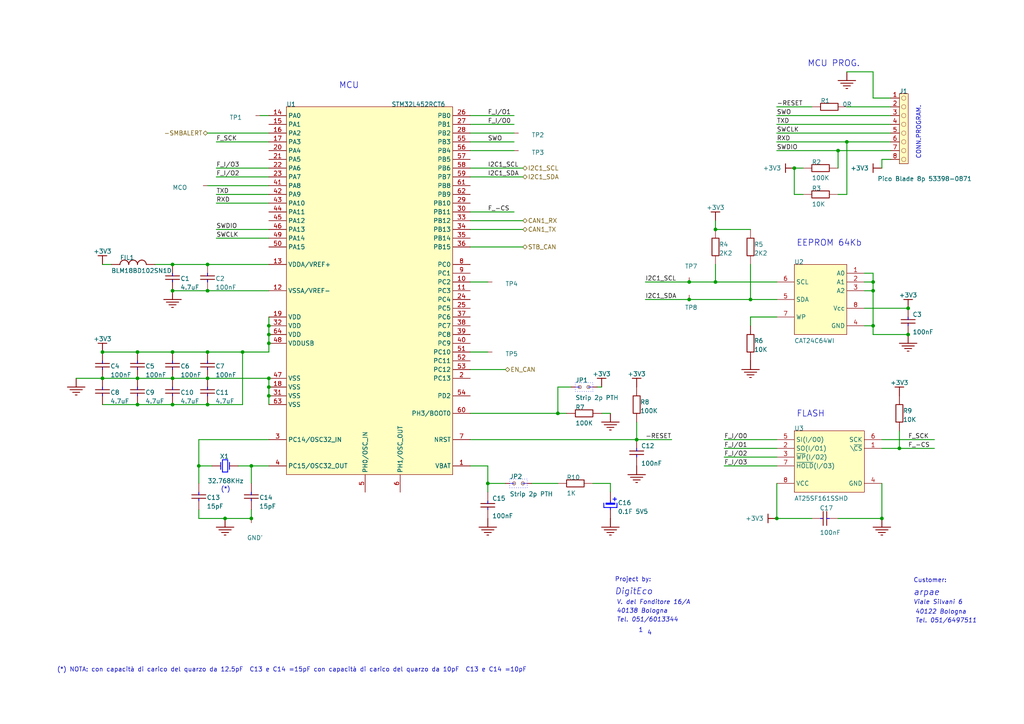
<source format=kicad_sch>
(kicad_sch (version 20230121) (generator eeschema)
  (paper "A4")
  (title_block (title "Stima V4 Power") (rev "1.1"))
  (lib_symbols
    (symbol "Stima V4 Power R1_1-altium-import:+3V3" (power)
      (property "Reference" "#PWR" (at 0 0 0))
      (property "Value" "+3V3" (at 0 3.81 0))
      (symbol "+3V3_0_0"
        (polyline (pts (xy -1.27 -2.54) (xy 1.27 -2.54)) (stroke (width 0.254)))
        (polyline (pts (xy 0 0) (xy 0 -2.54)) (stroke (width 0.254)))
        (pin power_in line (at 0 0 0) (length 0) hide (name "+3V3") (number ""))
      )
    )
    (symbol "Stima V4 Power R1_1-altium-import:GND" (power)
      (property "Reference" "#PWR" (at 0 0 0))
      (property "Value" "GND" (at 0 6.35 0))
      (symbol "GND_0_0"
        (polyline (pts (xy -2.54 -2.54) (xy 2.54 -2.54)) (stroke (width 0.254)))
        (polyline (pts (xy -1.778 -3.302) (xy 1.778 -3.302)) (stroke (width 0.254)))
        (polyline (pts (xy -1.016 -4.064) (xy 1.016 -4.064)) (stroke (width 0.254)))
        (polyline (pts (xy -0.254 -4.826) (xy 0.254 -4.826)) (stroke (width 0.254)))
        (polyline (pts (xy 0 0) (xy 0 -2.54)) (stroke (width 0.254)))
        (pin power_in line (at 0 0 0) (length 0) hide (name "GND") (number ""))
      )
    )
    (symbol "Stima V4 Power R1_1-altium-import:root_0_AT25SF161SSHD"
      (symbol "root_0_AT25SF161SSHD_1_0"
        (rectangle (start 20.32 0) (end 0 -17.78) (fill (type background)))
        (pin input line (at 25.4 -5.08 180) (length 5.08) (name "\\~{CS}") (number "1"))
        (pin output line (at -5.08 -5.08 0) (length 5.08) (name "SO(I/O1)") (number "2"))
        (pin input line (at -5.08 -7.62 0) (length 5.08) (name "~{WP}(I/O2)") (number "3"))
        (pin power_in line (at 25.4 -15.24 180) (length 5.08) (name "GND") (number "4"))
        (pin input line (at -5.08 -2.54 0) (length 5.08) (name "SI(I/O0)") (number "5"))
        (pin input line (at 25.4 -2.54 180) (length 5.08) (name "SCK") (number "6"))
        (pin input line (at -5.08 -10.16 0) (length 5.08) (name "~{HOLD}(I/O3)") (number "7"))
        (pin power_in line (at -5.08 -15.24 0) (length 5.08) (name "VCC") (number "8"))
      )
    )
    (symbol "Stima V4 Power R1_1-altium-import:root_0_BLM18BD"
      (symbol "root_0_BLM18BD_1_0"
        (arc (start 1.27 -1.27) (mid 0.372 -1.642) (end 0 -2.54) (stroke (width 0.254)))
        (arc (start 2.54 -2.54) (mid 2.168 -1.642) (end 1.27 -1.27) (stroke (width 0.254)))
        (arc (start 3.81 -1.27) (mid 2.912 -1.642) (end 2.54 -2.54) (stroke (width 0.254)))
        (arc (start 5.08 -2.54) (mid 4.708 -1.642) (end 3.81 -1.27) (stroke (width 0.254)))
        (arc (start 6.35 -1.27) (mid 5.452 -1.642) (end 5.08 -2.54) (stroke (width 0.254)))
        (arc (start 7.62 -2.54) (mid 7.248 -1.642) (end 6.35 -1.27) (stroke (width 0.254)))
        (pin passive line (at -2.54 -2.54 0) (length 2.54) (name "1") (number "1"))
        (pin passive line (at 10.16 -2.54 180) (length 2.54) (name "2") (number "2"))
      )
    )
    (symbol "Stima V4 Power R1_1-altium-import:root_0_C0603"
      (symbol "root_0_C0603_1_0"
        (polyline (pts (xy -2.032 -0.762) (xy 2.032 -0.762)) (stroke (width 0.254)))
        (polyline (pts (xy 0 -2.54) (xy 0 -1.778)) (stroke (width 0.254) (color 0 0 255 1)))
        (polyline (pts (xy 0 0) (xy 0 -0.762)) (stroke (width 0.254) (color 0 0 255 1)))
        (polyline (pts (xy 2.032 -1.778) (xy -2.032 -1.778)) (stroke (width 0.254)))
        (pin passive line (at 0 2.54 270) (length 2.54) (name "1") (number "1"))
        (pin passive line (at 0 -5.08 90) (length 2.54) (name "2") (number "2"))
      )
    )
    (symbol "Stima V4 Power R1_1-altium-import:root_0_C0805"
      (symbol "root_0_C0805_1_0"
        (polyline (pts (xy -2.032 -0.762) (xy 2.032 -0.762)) (stroke (width 0.254)))
        (polyline (pts (xy 0 -2.54) (xy 0 -1.778)) (stroke (width 0.254) (color 0 0 255 1)))
        (polyline (pts (xy 0 0) (xy 0 -0.762)) (stroke (width 0.254) (color 0 0 255 1)))
        (polyline (pts (xy 2.032 -1.778) (xy -2.032 -1.778)) (stroke (width 0.254)))
        (pin passive line (at 0 2.54 270) (length 2.54) (name "1") (number "1"))
        (pin passive line (at 0 -5.08 90) (length 2.54) (name "2") (number "2"))
      )
    )
    (symbol "Stima V4 Power R1_1-altium-import:root_0_ConnPicoBlade8p"
      (symbol "root_0_ConnPicoBlade8p_1_0"
        (circle (center 1.27 -19.05) (radius 0.635) (stroke (width 0.0001)) (fill (type color) (color 192 192 192 1)))
        (circle (center 1.27 -16.51) (radius 0.635) (stroke (width 0.0001)) (fill (type color) (color 192 192 192 1)))
        (circle (center 1.27 -13.97) (radius 0.635) (stroke (width 0.0001)) (fill (type color) (color 192 192 192 1)))
        (circle (center 1.27 -11.43) (radius 0.635) (stroke (width 0.0001)) (fill (type color) (color 192 192 192 1)))
        (circle (center 1.27 -8.89) (radius 0.635) (stroke (width 0.0001)) (fill (type color) (color 192 192 192 1)))
        (circle (center 1.27 -6.35) (radius 0.635) (stroke (width 0.0001)) (fill (type color) (color 192 192 192 1)))
        (circle (center 1.27 -3.81) (radius 0.635) (stroke (width 0.0001)) (fill (type color) (color 192 192 192 1)))
        (circle (center 1.27 -1.27) (radius 0.635) (stroke (width 0.0001)) (fill (type color) (color 192 192 192 1)))
        (rectangle (start 2.54 0) (end 0 -20.32) (fill (type background)))
        (pin passive line (at -2.54 -1.27 0) (length 2.54) (name "1") (number "1"))
        (pin passive line (at -2.54 -3.81 0) (length 2.54) (name "2") (number "2"))
        (pin passive line (at -2.54 -6.35 0) (length 2.54) (name "3") (number "3"))
        (pin passive line (at -2.54 -8.89 0) (length 2.54) (name "4") (number "4"))
        (pin passive line (at -2.54 -11.43 0) (length 2.54) (name "5") (number "5"))
        (pin passive line (at -2.54 -13.97 0) (length 2.54) (name "6") (number "6"))
        (pin passive line (at -2.54 -16.51 0) (length 2.54) (name "7") (number "7"))
        (pin passive line (at -2.54 -19.05 0) (length 2.54) (name "8") (number "8"))
      )
    )
    (symbol "Stima V4 Power R1_1-altium-import:root_0_Elettrol-SMD"
      (symbol "root_0_Elettrol-SMD_1_0"
        (polyline (pts (xy -1.905 -1.905) (xy -1.905 -0.635)) (stroke (width 0.254) (color 0 0 255 1)))
        (polyline (pts (xy -1.27 -0.787) (xy 1.194 -0.787)) (stroke (width 0.254) (color 0 0 255 1)))
        (polyline (pts (xy -1.25 -0.645) (xy 1.29 -0.645)) (stroke (width 0.254) (color 0 0 255 1)))
        (polyline (pts (xy 0 -1.905) (xy 0 -2.54)) (stroke (width 0.254) (color 0 0 255 1)))
        (polyline (pts (xy 0 -0.635) (xy 0 0)) (stroke (width 0.254) (color 0 0 255 1)))
        (polyline (pts (xy 0.762 0.508) (xy 1.778 0.508)) (stroke (width 0.254) (color 0 0 255 1)))
        (polyline (pts (xy 1.27 0) (xy 1.27 1.016)) (stroke (width 0.254) (color 0 0 255 1)))
        (polyline (pts (xy 1.905 -1.905) (xy -1.905 -1.905)) (stroke (width 0.254) (color 0 0 255 1)))
        (polyline (pts (xy 1.905 -1.905) (xy 1.905 -0.635)) (stroke (width 0.254) (color 0 0 255 1)))
        (polyline (pts (xy -1.29 -0.645) (xy -1.29 -0.968) (xy 1.29 -0.968) (xy 1.29 -0.645)) (stroke (width 0.254) (color 0 0 255 1)))
        (pin passive line (at 0 2.54 270) (length 2.54) (name "1") (number "1"))
        (pin passive line (at 0 -5.08 90) (length 2.54) (name "2") (number "2"))
      )
    )
    (symbol "Stima V4 Power R1_1-altium-import:root_0_Res 0603"
      (symbol "root_0_Res 0603_1_0"
        (rectangle (start 5.08 -1.524) (end 0 -3.556) (stroke (width 0.254)))
        (pin passive line (at -2.54 -2.54 0) (length 2.54) (name "1") (number "1"))
        (pin passive line (at 7.62 -2.54 180) (length 2.54) (name "2") (number "2"))
      )
    )
    (symbol "Stima V4 Power R1_1-altium-import:root_0_STM32L433R"
      (symbol "root_0_STM32L433R_1_0"
        (rectangle (start 48.26 0) (end 0 -106.68) (fill (type background)))
        (pin power_in line (at 53.34 -104.14 180) (length 5.08) (name "VBAT") (number "1"))
        (pin passive line (at 53.34 -50.8 180) (length 5.08) (name "PC2") (number "10"))
        (pin passive line (at 53.34 -53.34 180) (length 5.08) (name "PC3") (number "11"))
        (pin power_in line (at -5.08 -53.34 0) (length 5.08) (name "VSSA/VREF-") (number "12"))
        (pin power_in line (at -5.08 -45.72 0) (length 5.08) (name "VDDA/VREF+") (number "13"))
        (pin passive line (at -5.08 -2.54 0) (length 5.08) (name "PA0") (number "14"))
        (pin passive line (at -5.08 -5.08 0) (length 5.08) (name "PA1") (number "15"))
        (pin passive line (at -5.08 -7.62 0) (length 5.08) (name "PA2") (number "16"))
        (pin passive line (at -5.08 -10.16 0) (length 5.08) (name "PA3") (number "17"))
        (pin power_in line (at -5.08 -81.28 0) (length 5.08) (name "VSS") (number "18"))
        (pin power_in line (at -5.08 -60.96 0) (length 5.08) (name "VDD") (number "19"))
        (pin passive line (at 53.34 -78.74 180) (length 5.08) (name "PC13") (number "2"))
        (pin passive line (at -5.08 -12.7 0) (length 5.08) (name "PA4") (number "20"))
        (pin passive line (at -5.08 -15.24 0) (length 5.08) (name "PA5") (number "21"))
        (pin passive line (at -5.08 -17.78 0) (length 5.08) (name "PA6") (number "22"))
        (pin passive line (at -5.08 -20.32 0) (length 5.08) (name "PA7") (number "23"))
        (pin passive line (at 53.34 -55.88 180) (length 5.08) (name "PC4") (number "24"))
        (pin passive line (at 53.34 -58.42 180) (length 5.08) (name "PC5") (number "25"))
        (pin passive line (at 53.34 -2.54 180) (length 5.08) (name "PB0") (number "26"))
        (pin passive line (at 53.34 -5.08 180) (length 5.08) (name "PB1") (number "27"))
        (pin passive line (at 53.34 -7.62 180) (length 5.08) (name "PB2") (number "28"))
        (pin passive line (at 53.34 -27.94 180) (length 5.08) (name "PB10") (number "29"))
        (pin passive line (at -5.08 -96.52 0) (length 5.08) (name "PC14/OSC32_IN") (number "3"))
        (pin passive line (at 53.34 -30.48 180) (length 5.08) (name "PB11") (number "30"))
        (pin power_in line (at -5.08 -83.82 0) (length 5.08) (name "VSS") (number "31"))
        (pin power_in line (at -5.08 -63.5 0) (length 5.08) (name "VDD") (number "32"))
        (pin passive line (at 53.34 -33.02 180) (length 5.08) (name "PB12") (number "33"))
        (pin passive line (at 53.34 -35.56 180) (length 5.08) (name "PB13") (number "34"))
        (pin passive line (at 53.34 -38.1 180) (length 5.08) (name "PB14") (number "35"))
        (pin passive line (at 53.34 -40.64 180) (length 5.08) (name "PB15") (number "36"))
        (pin passive line (at 53.34 -60.96 180) (length 5.08) (name "PC6") (number "37"))
        (pin passive line (at 53.34 -63.5 180) (length 5.08) (name "PC7") (number "38"))
        (pin passive line (at 53.34 -66.04 180) (length 5.08) (name "PC8") (number "39"))
        (pin passive line (at -5.08 -104.14 0) (length 5.08) (name "PC15/OSC32_OUT") (number "4"))
        (pin passive line (at 53.34 -68.58 180) (length 5.08) (name "PC9") (number "40"))
        (pin passive line (at -5.08 -22.86 0) (length 5.08) (name "PA8") (number "41"))
        (pin passive line (at -5.08 -25.4 0) (length 5.08) (name "PA9") (number "42"))
        (pin passive line (at -5.08 -27.94 0) (length 5.08) (name "PA10") (number "43"))
        (pin passive line (at -5.08 -30.48 0) (length 5.08) (name "PA11") (number "44"))
        (pin passive line (at -5.08 -33.02 0) (length 5.08) (name "PA12") (number "45"))
        (pin passive line (at -5.08 -35.56 0) (length 5.08) (name "PA13") (number "46"))
        (pin power_in line (at -5.08 -78.74 0) (length 5.08) (name "VSS") (number "47"))
        (pin power_in line (at -5.08 -68.58 0) (length 5.08) (name "VDDUSB") (number "48"))
        (pin passive line (at -5.08 -38.1 0) (length 5.08) (name "PA14") (number "49"))
        (pin passive line (at 22.86 -111.76 90) (length 5.08) (name "PH0/OSC_IN") (number "5"))
        (pin passive line (at -5.08 -40.64 0) (length 5.08) (name "PA15") (number "50"))
        (pin passive line (at 53.34 -71.12 180) (length 5.08) (name "PC10") (number "51"))
        (pin passive line (at 53.34 -73.66 180) (length 5.08) (name "PC11") (number "52"))
        (pin passive line (at 53.34 -76.2 180) (length 5.08) (name "PC12") (number "53"))
        (pin passive line (at 53.34 -83.82 180) (length 5.08) (name "PD2") (number "54"))
        (pin passive line (at 53.34 -10.16 180) (length 5.08) (name "PB3") (number "55"))
        (pin passive line (at 53.34 -12.7 180) (length 5.08) (name "PB4") (number "56"))
        (pin passive line (at 53.34 -15.24 180) (length 5.08) (name "PB5") (number "57"))
        (pin passive line (at 53.34 -17.78 180) (length 5.08) (name "PB6") (number "58"))
        (pin passive line (at 53.34 -20.32 180) (length 5.08) (name "PB7") (number "59"))
        (pin passive line (at 33.02 -111.76 90) (length 5.08) (name "PH1/OSC_OUT") (number "6"))
        (pin passive line (at 53.34 -88.9 180) (length 5.08) (name "PH3/BOOT0") (number "60"))
        (pin passive line (at 53.34 -22.86 180) (length 5.08) (name "PB8") (number "61"))
        (pin passive line (at 53.34 -25.4 180) (length 5.08) (name "PB9") (number "62"))
        (pin power_in line (at -5.08 -86.36 0) (length 5.08) (name "VSS") (number "63"))
        (pin power_in line (at -5.08 -66.04 0) (length 5.08) (name "VDD") (number "64"))
        (pin passive line (at 53.34 -96.52 180) (length 5.08) (name "NRST") (number "7"))
        (pin passive line (at 53.34 -45.72 180) (length 5.08) (name "PC0") (number "8"))
        (pin passive line (at 53.34 -48.26 180) (length 5.08) (name "PC1") (number "9"))
      )
    )
    (symbol "Stima V4 Power R1_1-altium-import:root_0_TestPoint"
      (symbol "root_0_TestPoint_1_0"
        (pin passive line (at -1.27 -1.27 0) (length 1.27) (name "") (number "1"))
      )
    )
    (symbol "Stima V4 Power R1_1-altium-import:root_0_mirrored_AT24C64AN-10SI-2.7"
      (symbol "root_0_mirrored_AT24C64AN-10SI-2.7_1_0"
        (rectangle (start 0 0) (end -15.24 -20.32) (fill (type background)))
        (pin input line (at 5.08 -2.54 180) (length 5.08) (name "A0") (number "1"))
        (pin input line (at 5.08 -5.08 180) (length 5.08) (name "A1") (number "2"))
        (pin input line (at 5.08 -7.62 180) (length 5.08) (name "A2") (number "3"))
        (pin power_in line (at 5.08 -17.78 180) (length 5.08) (name "GND") (number "4"))
        (pin bidirectional line (at -20.32 -10.16 0) (length 5.08) (name "SDA") (number "5"))
        (pin input line (at -20.32 -5.08 0) (length 5.08) (name "SCL") (number "6"))
        (pin passive line (at -20.32 -15.24 0) (length 5.08) (name "WP") (number "7"))
        (pin power_in line (at 5.08 -12.7 180) (length 5.08) (name "Vcc") (number "8"))
      )
    )
    (symbol "Stima V4 Power R1_1-altium-import:root_1_C0805"
      (symbol "root_1_C0805_1_0"
        (polyline (pts (xy 0 0) (xy 0.762 0)) (stroke (width 0.254) (color 0 0 255 1)))
        (polyline (pts (xy 0.762 -2.032) (xy 0.762 2.032)) (stroke (width 0.254)))
        (polyline (pts (xy 1.778 2.032) (xy 1.778 -2.032)) (stroke (width 0.254)))
        (polyline (pts (xy 2.54 0) (xy 1.778 0)) (stroke (width 0.254) (color 0 0 255 1)))
        (pin passive line (at -2.54 0 0) (length 2.54) (name "1") (number "1"))
        (pin passive line (at 5.08 0 180) (length 2.54) (name "2") (number "2"))
      )
    )
    (symbol "Stima V4 Power R1_1-altium-import:root_1_JUMP1"
      (symbol "root_1_JUMP1_1_0"
        (polyline (pts (xy 1.27 1.27) (xy 0 1.27)) (stroke (width 0) (color 0 0 255 1)))
        (polyline (pts (xy 3.81 1.27) (xy 5.08 1.27)) (stroke (width 0) (color 0 0 255 1)))
        (polyline (pts (xy 0 2.54) (xy 0 0) (xy 5.08 0) (xy 5.08 2.54) (xy 0 2.54)) (stroke (width 0) (type dot) (color 0 0 255 1)))
        (circle (center 1.27 1.27) (radius 0.508) (stroke (width 0.0001)) (fill (type color) (color 192 192 192 1)))
        (circle (center 3.81 1.27) (radius 0.508) (stroke (width 0.0001)) (fill (type color) (color 192 192 192 1)))
        (pin passive line (at -1.27 1.27 0) (length 1.27) (name "") (number "1"))
        (pin passive line (at 6.35 1.27 180) (length 1.27) (name "") (number "2"))
      )
    )
    (symbol "Stima V4 Power R1_1-altium-import:root_1_Res 0603"
      (symbol "root_1_Res 0603_1_0"
        (rectangle (start 3.556 5.08) (end 1.524 0) (stroke (width 0.254)))
        (pin passive line (at 2.54 -2.54 90) (length 2.54) (name "1") (number "1"))
        (pin passive line (at 2.54 7.62 270) (length 2.54) (name "2") (number "2"))
      )
    )
    (symbol "Stima V4 Power R1_1-altium-import:root_1_TestPoint"
      (symbol "root_1_TestPoint_1_0"
        (pin passive line (at 1.27 -1.27 90) (length 1.27) (name "") (number "1"))
      )
    )
    (symbol "Stima V4 Power R1_1-altium-import:root_2_TestPoint"
      (symbol "root_2_TestPoint_1_0"
        (pin passive line (at 1.27 1.27 180) (length 1.27) (name "") (number "1"))
      )
    )
    (symbol "Stima V4 Power R1_1-altium-import:root_2_XTAL CIL"
      (symbol "root_2_XTAL CIL_1_0"
        (polyline (pts (xy -2.54 1.524) (xy -2.54 3.556)) (stroke (width 0.254) (color 0 0 255 1)))
        (polyline (pts (xy -0.508 0.762) (xy -2.032 0.762)) (stroke (width 0.254) (color 0 0 255 1)))
        (polyline (pts (xy 0 1.524) (xy 0 3.556)) (stroke (width 0.254) (color 0 0 255 1)))
        (polyline (pts (xy -2.032 0.762) (xy -2.032 4.318) (xy -0.508 4.318) (xy -0.508 0.762)) (stroke (width 0.254) (color 0 0 255 1)))
        (pin passive line (at 2.54 2.54 180) (length 2.54) (name "OSC1") (number "1"))
        (pin passive line (at -5.08 2.54 0) (length 2.54) (name "OSC2") (number "2"))
      )
    )
    (symbol "Stima V4 Power R1_1-altium-import:root_3_TestPoint"
      (symbol "root_3_TestPoint_1_0"
        (pin passive line (at -1.27 1.27 270) (length 1.27) (name "") (number "1"))
      )
    )
  )
  (junction (at 65.278 150.368))
  (junction (at 243.078 43.688))
  (junction (at 263.398 89.408))
  (junction (at 207.518 81.788))
  (junction (at 161.798 119.888))
  (junction (at 199.898 86.868))
  (junction (at 39.878 109.728))
  (junction (at 60.198 109.728))
  (junction (at 184.658 127.508))
  (junction (at 72.898 150.368))
  (junction (at 29.718 102.108))
  (junction (at 50.038 102.108))
  (junction (at 72.898 135.128))
  (junction (at 60.198 102.108))
  (junction (at 253.238 81.788))
  (junction (at 225.298 150.368))
  (junction (at 207.518 66.548))
  (junction (at 39.878 117.348))
  (junction (at 57.658 135.128))
  (junction (at 50.038 76.708))
  (junction (at 217.678 86.868))
  (junction (at 77.978 114.808))
  (junction (at 50.038 84.328))
  (junction (at 70.358 102.108))
  (junction (at 230.378 48.768))
  (junction (at 260.858 130.048))
  (junction (at 50.038 117.348))
  (junction (at 60.198 84.328))
  (junction (at 253.238 84.328))
  (junction (at 77.978 99.568))
  (junction (at 77.978 112.268))
  (junction (at 245.618 41.148))
  (junction (at 77.978 109.728))
  (junction (at 77.978 94.488))
  (junction (at 29.718 109.728))
  (junction (at 253.238 94.488))
  (junction (at 60.198 117.348))
  (junction (at 50.038 109.728))
  (junction (at 263.398 97.028))
  (junction (at 199.898 81.788))
  (junction (at 141.478 140.208))
  (junction (at 60.198 76.708))
  (junction (at 39.878 102.108))
  (junction (at 255.778 150.368))
  (junction (at 77.978 97.028))
  (wire (pts (xy 245.618 56.388) (xy 243.078 56.388)) (stroke (width 0.254)))
  (wire (pts (xy 29.718 109.728) (xy 39.878 109.728)) (stroke (width 0.254)))
  (wire (pts (xy 136.398 119.888) (xy 161.798 119.888)) (stroke (width 0.254)))
  (wire (pts (xy 77.978 102.108) (xy 70.358 102.108)) (stroke (width 0.254)))
  (wire (pts (xy 243.078 150.368) (xy 255.778 150.368)) (stroke (width 0.254)))
  (wire (pts (xy 161.798 119.888) (xy 164.338 119.888)) (stroke (width 0.254)))
  (wire (pts (xy 39.878 117.348) (xy 29.718 117.348)) (stroke (width 0.254)))
  (wire (pts (xy 136.398 135.128) (xy 141.478 135.128)) (stroke (width 0.254)))
  (wire (pts (xy 136.398 127.508) (xy 184.658 127.508)) (stroke (width 0.254)))
  (wire (pts (xy 258.318 36.068) (xy 225.298 36.068)) (stroke (width 0.254)))
  (wire (pts (xy 217.678 91.948) (xy 217.678 94.488)) (stroke (width 0.254)))
  (wire (pts (xy 174.498 119.888) (xy 177.038 119.888)) (stroke (width 0.254)))
  (wire (pts (xy 260.858 130.048) (xy 271.018 130.048)) (stroke (width 0.254)))
  (wire (pts (xy 225.298 91.948) (xy 217.678 91.948)) (stroke (width 0.254)))
  (wire (pts (xy 230.378 48.768) (xy 232.918 48.768)) (stroke (width 0.254)))
  (wire (pts (xy 173.228 112.268) (xy 174.498 112.268)) (stroke (width 0.254)))
  (wire (pts (xy 225.298 150.368) (xy 235.458 150.368)) (stroke (width 0.254)))
  (wire (pts (xy 154.178 140.208) (xy 161.798 140.208)) (stroke (width 0.254)))
  (wire (pts (xy 50.038 117.348) (xy 39.878 117.348)) (stroke (width 0.254)))
  (wire (pts (xy 77.978 51.308) (xy 62.738 51.308)) (stroke (width 0.254)))
  (wire (pts (xy 57.658 135.128) (xy 61.468 135.128)) (stroke (width 0.254)))
  (wire (pts (xy 250.698 84.328) (xy 253.238 84.328)) (stroke (width 0.254)))
  (wire (pts (xy 141.478 140.208) (xy 141.478 142.748)) (stroke (width 0.254)))
  (wire (pts (xy 57.658 150.368) (xy 65.278 150.368)) (stroke (width 0.254)))
  (wire (pts (xy 225.298 130.048) (xy 210.058 130.048)) (stroke (width 0.254)))
  (wire (pts (xy 136.398 61.468) (xy 149.098 61.468)) (stroke (width 0.254)))
  (wire (pts (xy 72.898 140.208) (xy 72.898 135.128)) (stroke (width 0.254)))
  (wire (pts (xy 225.298 43.688) (xy 243.078 43.688)) (stroke (width 0.254)))
  (wire (pts (xy 230.378 56.388) (xy 230.378 48.768)) (stroke (width 0.254)))
  (wire (pts (xy 217.678 76.708) (xy 217.678 86.868)) (stroke (width 0.254)))
  (wire (pts (xy 184.658 122.428) (xy 184.658 127.508)) (stroke (width 0.254)))
  (wire (pts (xy 29.718 76.708) (xy 32.258 76.708)) (stroke (width 0.254)))
  (wire (pts (xy 217.678 86.868) (xy 225.298 86.868)) (stroke (width 0.254)))
  (wire (pts (xy 65.278 150.368) (xy 72.898 150.368)) (stroke (width 0.254)))
  (wire (pts (xy 69.088 135.128) (xy 72.898 135.128)) (stroke (width 0.254)))
  (wire (pts (xy 199.898 86.868) (xy 217.678 86.868)) (stroke (width 0.254)))
  (wire (pts (xy 136.398 43.688) (xy 149.098 43.688)) (stroke (width 0.254)))
  (wire (pts (xy 225.298 38.608) (xy 258.318 38.608)) (stroke (width 0.254)))
  (wire (pts (xy 253.238 20.828) (xy 245.618 20.828)) (stroke (width 0.254)))
  (wire (pts (xy 207.518 81.788) (xy 225.298 81.788)) (stroke (width 0.254)))
  (wire (pts (xy 253.238 94.488) (xy 253.238 84.328)) (stroke (width 0.254)))
  (wire (pts (xy 136.398 66.548) (xy 151.638 66.548)) (stroke (width 0.254)))
  (wire (pts (xy 57.658 147.828) (xy 57.658 150.368)) (stroke (width 0.254)))
  (wire (pts (xy 255.778 130.048) (xy 260.858 130.048)) (stroke (width 0.254)))
  (wire (pts (xy 77.978 127.508) (xy 57.658 127.508)) (stroke (width 0.254)))
  (wire (pts (xy 136.398 64.008) (xy 151.638 64.008)) (stroke (width 0.254)))
  (wire (pts (xy 50.038 109.728) (xy 60.198 109.728)) (stroke (width 0.254)))
  (wire (pts (xy 187.198 86.868) (xy 199.898 86.868)) (stroke (width 0.254)))
  (wire (pts (xy 75.438 33.528) (xy 77.978 33.528)) (stroke (width 0.254)))
  (wire (pts (xy 77.978 112.268) (xy 77.978 114.808)) (stroke (width 0.254)))
  (wire (pts (xy 255.778 150.368) (xy 255.778 140.208)) (stroke (width 0.254)))
  (wire (pts (xy 60.198 102.108) (xy 50.038 102.108)) (stroke (width 0.254)))
  (wire (pts (xy 77.978 109.728) (xy 77.978 112.268)) (stroke (width 0.254)))
  (wire (pts (xy 250.698 94.488) (xy 253.238 94.488)) (stroke (width 0.254)))
  (wire (pts (xy 199.898 81.788) (xy 207.518 81.788)) (stroke (width 0.254)))
  (wire (pts (xy 177.038 140.208) (xy 177.038 142.748)) (stroke (width 0.254)))
  (wire (pts (xy 253.238 79.248) (xy 250.698 79.248)) (stroke (width 0.254)))
  (wire (pts (xy 258.318 46.228) (xy 255.778 46.228)) (stroke (width 0.254)))
  (wire (pts (xy 171.958 140.208) (xy 177.038 140.208)) (stroke (width 0.254)))
  (wire (pts (xy 70.358 102.108) (xy 60.198 102.108)) (stroke (width 0.254)))
  (wire (pts (xy 60.198 76.708) (xy 77.978 76.708)) (stroke (width 0.254)))
  (wire (pts (xy 39.878 102.108) (xy 29.718 102.108)) (stroke (width 0.254)))
  (wire (pts (xy 225.298 132.588) (xy 210.058 132.588)) (stroke (width 0.254)))
  (wire (pts (xy 70.358 117.348) (xy 60.198 117.348)) (stroke (width 0.254)))
  (wire (pts (xy 60.198 84.328) (xy 77.978 84.328)) (stroke (width 0.254)))
  (wire (pts (xy 50.038 102.108) (xy 39.878 102.108)) (stroke (width 0.254)))
  (wire (pts (xy 245.618 41.148) (xy 225.298 41.148)) (stroke (width 0.254)))
  (wire (pts (xy 77.978 66.548) (xy 62.738 66.548)) (stroke (width 0.254)))
  (wire (pts (xy 258.318 30.988) (xy 245.618 30.988)) (stroke (width 0.254)))
  (wire (pts (xy 72.898 150.368) (xy 72.898 147.828)) (stroke (width 0.254)))
  (wire (pts (xy 57.658 127.508) (xy 57.658 135.128)) (stroke (width 0.254)))
  (wire (pts (xy 141.478 140.208) (xy 146.558 140.208)) (stroke (width 0.254)))
  (wire (pts (xy 136.398 71.628) (xy 151.638 71.628)) (stroke (width 0.254)))
  (wire (pts (xy 136.398 33.528) (xy 149.098 33.528)) (stroke (width 0.254)))
  (wire (pts (xy 255.778 127.508) (xy 271.018 127.508)) (stroke (width 0.254)))
  (wire (pts (xy 232.918 56.388) (xy 230.378 56.388)) (stroke (width 0.254)))
  (wire (pts (xy 60.198 53.848) (xy 77.978 53.848)) (stroke (width 0.254)))
  (wire (pts (xy 77.978 97.028) (xy 77.978 99.568)) (stroke (width 0.254)))
  (wire (pts (xy 70.358 102.108) (xy 70.358 117.348)) (stroke (width 0.254)))
  (wire (pts (xy 258.318 33.528) (xy 225.298 33.528)) (stroke (width 0.254)))
  (wire (pts (xy 258.318 28.448) (xy 253.238 28.448)) (stroke (width 0.254)))
  (wire (pts (xy 253.238 94.488) (xy 253.238 97.028)) (stroke (width 0.254)))
  (wire (pts (xy 207.518 66.548) (xy 217.678 66.548)) (stroke (width 0.254)))
  (wire (pts (xy 57.658 135.128) (xy 57.658 140.208)) (stroke (width 0.254)))
  (wire (pts (xy 258.318 41.148) (xy 245.618 41.148)) (stroke (width 0.254)))
  (wire (pts (xy 243.078 43.688) (xy 258.318 43.688)) (stroke (width 0.254)))
  (wire (pts (xy 50.038 84.328) (xy 60.198 84.328)) (stroke (width 0.254)))
  (wire (pts (xy 39.878 109.728) (xy 50.038 109.728)) (stroke (width 0.254)))
  (wire (pts (xy 60.198 109.728) (xy 77.978 109.728)) (stroke (width 0.254)))
  (wire (pts (xy 136.398 48.768) (xy 151.638 48.768)) (stroke (width 0.254)))
  (wire (pts (xy 60.198 38.608) (xy 77.978 38.608)) (stroke (width 0.254)))
  (wire (pts (xy 136.398 41.148) (xy 149.098 41.148)) (stroke (width 0.254)))
  (wire (pts (xy 253.238 81.788) (xy 253.238 79.248)) (stroke (width 0.254)))
  (wire (pts (xy 72.898 135.128) (xy 77.978 135.128)) (stroke (width 0.254)))
  (wire (pts (xy 22.098 109.728) (xy 29.718 109.728)) (stroke (width 0.254)))
  (wire (pts (xy 243.078 48.768) (xy 243.078 43.688)) (stroke (width 0.254)))
  (wire (pts (xy 50.038 76.708) (xy 60.198 76.708)) (stroke (width 0.254)))
  (wire (pts (xy 77.978 99.568) (xy 77.978 102.108)) (stroke (width 0.254)))
  (wire (pts (xy 207.518 64.008) (xy 207.518 66.548)) (stroke (width 0.254)))
  (wire (pts (xy 165.608 112.268) (xy 161.798 112.268)) (stroke (width 0.254)))
  (wire (pts (xy 161.798 112.268) (xy 161.798 119.888)) (stroke (width 0.254)))
  (wire (pts (xy 77.978 41.148) (xy 62.738 41.148)) (stroke (width 0.254)))
  (wire (pts (xy 77.978 58.928) (xy 62.738 58.928)) (stroke (width 0.254)))
  (wire (pts (xy 250.698 81.788) (xy 253.238 81.788)) (stroke (width 0.254)))
  (wire (pts (xy 77.978 114.808) (xy 77.978 117.348)) (stroke (width 0.254)))
  (wire (pts (xy 77.978 91.948) (xy 77.978 94.488)) (stroke (width 0.254)))
  (wire (pts (xy 245.618 41.148) (xy 245.618 56.388)) (stroke (width 0.254)))
  (wire (pts (xy 235.458 30.988) (xy 225.298 30.988)) (stroke (width 0.254)))
  (wire (pts (xy 44.958 76.708) (xy 50.038 76.708)) (stroke (width 0.254)))
  (wire (pts (xy 184.658 127.508) (xy 194.818 127.508)) (stroke (width 0.254)))
  (wire (pts (xy 260.858 124.968) (xy 260.858 130.048)) (stroke (width 0.254)))
  (wire (pts (xy 136.398 38.608) (xy 149.098 38.608)) (stroke (width 0.254)))
  (wire (pts (xy 136.398 36.068) (xy 149.098 36.068)) (stroke (width 0.254)))
  (wire (pts (xy 253.238 84.328) (xy 253.238 81.788)) (stroke (width 0.254)))
  (wire (pts (xy 60.198 117.348) (xy 50.038 117.348)) (stroke (width 0.254)))
  (wire (pts (xy 225.298 135.128) (xy 210.058 135.128)) (stroke (width 0.254)))
  (wire (pts (xy 253.238 97.028) (xy 263.398 97.028)) (stroke (width 0.254)))
  (wire (pts (xy 136.398 51.308) (xy 151.638 51.308)) (stroke (width 0.254)))
  (wire (pts (xy 255.778 46.228) (xy 255.778 48.768)) (stroke (width 0.254)))
  (wire (pts (xy 207.518 76.708) (xy 207.518 81.788)) (stroke (width 0.254)))
  (wire (pts (xy 225.298 127.508) (xy 210.058 127.508)) (stroke (width 0.254)))
  (wire (pts (xy 136.398 81.788) (xy 141.478 81.788)) (stroke (width 0.254)))
  (wire (pts (xy 253.238 28.448) (xy 253.238 20.828)) (stroke (width 0.254)))
  (wire (pts (xy 77.978 56.388) (xy 62.738 56.388)) (stroke (width 0.254)))
  (wire (pts (xy 77.978 94.488) (xy 77.978 97.028)) (stroke (width 0.254)))
  (wire (pts (xy 77.978 69.088) (xy 62.738 69.088)) (stroke (width 0.254)))
  (wire (pts (xy 187.198 81.788) (xy 199.898 81.788)) (stroke (width 0.254)))
  (wire (pts (xy 141.478 135.128) (xy 141.478 140.208)) (stroke (width 0.254)))
  (wire (pts (xy 136.398 102.108) (xy 141.478 102.108)) (stroke (width 0.254)))
  (wire (pts (xy 263.398 89.408) (xy 250.698 89.408)) (stroke (width 0.254)))
  (wire (pts (xy 136.398 107.188) (xy 146.558 107.188)) (stroke (width 0.254)))
  (wire (pts (xy 77.978 48.768) (xy 62.738 48.768)) (stroke (width 0.254)))
  (wire (pts (xy 225.298 140.208) (xy 225.298 150.368)) (stroke (width 0.254)))
  (text "FLASH" (at 231.013 121.158 0) (effects (font (size 1.778 1.778)) (justify left bottom)))
  (text "40138 Bologna" (at 178.816 178.054 0) (effects (font (size 1.27 1.27) italic) (justify left bottom)))
  (text "V. del Fonditore 16/A" (at 178.816 175.514 0) (effects (font (size 1.27 1.27) italic) (justify left bottom)))
  (text "DigitEco" (at 178.308 172.72 0) (effects (font (size 1.778 1.778) italic) (justify left bottom)))
  (text "CONN.PROGRAM." (at 267.208 46.228 90) (effects (font (size 1.27 1.27)) (justify left bottom)))
  (text "Tel. 051/6013344" (at 178.816 180.594 0) (effects (font (size 1.27 1.27) italic) (justify left bottom)))
  (text "Viale Silvani 6" (at 264.922 175.514 0) (effects (font (size 1.27 1.27) italic) (justify left bottom)))
  (text "${##}" (at 185.166 183.642 0) (effects (font (size 1.27 1.27)) (justify left bottom)))
  (text "" (at 265.43 178.308 0) (effects (font (size 1.27 1.27) italic) (justify left bottom)))
  (text "MCU" (at 98.298 25.908 0) (effects (font (size 1.778 1.778)) (justify left bottom)))
  (text "" (at 264.922 172.974 0) (effects (font (size 1.778 1.778) italic) (justify left bottom)))
  (text "Project by:" (at 178.308 168.91 0) (effects (font (size 1.27 1.27)) (justify left bottom)))
  (text "4" (at 187.706 184.404 0) (effects (font (size 1.27 1.27)) (justify left bottom)))
  (text "(*) NOTA: con capacità di carico del quarzo da 12.5pF  C13 e C14 =15pF con capacità di carico del quarzo da 10pF  C13 e C14 =10pF" (at 16.51 195.072 0) (effects (font (size 1.27 1.27)) (justify left bottom)))
  (text "EEPROM 64Kb" (at 231.013 71.628 0) (effects (font (size 1.778 1.778)) (justify left bottom)))
  (text "Customer:" (at 264.922 169.164 0) (effects (font (size 1.27 1.27)) (justify left bottom)))
  (text "" (at 265.43 175.768 0) (effects (font (size 1.27 1.27) italic) (justify left bottom)))
  (text "arpae" (at 264.922 172.974 0) (effects (font (size 1.778 1.778) italic) (justify left bottom)))
  (text "Tel. 051/6497511" (at 265.43 180.848 0) (effects (font (size 1.27 1.27) italic) (justify left bottom)))
  (text "MCU PROG." (at 234.188 19.558 0) (effects (font (size 1.778 1.778)) (justify left bottom)))
  (text "" (at 265.43 180.848 0) (effects (font (size 1.27 1.27) italic) (justify left bottom)))
  (text "40122 Bologna" (at 265.43 178.308 0) (effects (font (size 1.27 1.27) italic) (justify left bottom)))
  (text "(*)" (at 64.008 142.748 0) (effects (font (size 1.27 1.27)) (justify left bottom)))
  (label "TXD" (at 225.298 36.068 180))
  (label "F_I/O1" (at 141.478 33.528 180))
  (label "SWDIO" (at 62.738 66.548 180))
  (label "I2C1_SDA" (at 187.198 86.868 180))
  (label "F_SCK" (at 62.738 41.148 180))
  (label "F_I/O2" (at 210.058 132.588 180))
  (label "F_I/O2" (at 62.738 51.308 180))
  (label "SWCLK" (at 62.738 69.088 180))
  (label "-RESET" (at 225.298 30.988 180))
  (label "F_I/O3" (at 210.058 135.128 180))
  (label "F_I/O1" (at 210.058 130.048 180))
  (label "RXD" (at 62.738 58.928 180))
  (label "SWCLK" (at 225.298 38.608 180))
  (label "F_SCK" (at 263.398 127.508 180))
  (label "F_-CS" (at 263.398 130.048 180))
  (label "I2C1_SDA" (at 141.478 51.308 180))
  (label "F_I/O0" (at 141.478 36.068 180))
  (label "I2C1_SCL" (at 187.198 81.788 180))
  (label "SWO" (at 141.478 41.148 180))
  (label "F_I/O3" (at 62.738 48.768 180))
  (label "SWO" (at 225.298 33.528 180))
  (label "RXD" (at 225.298 41.148 180))
  (label "F_-CS" (at 141.478 61.468 180))
  (label "SWDIO" (at 225.298 43.688 180))
  (label "I2C1_SCL" (at 141.478 48.768 180))
  (label "TXD" (at 62.738 56.388 180))
  (label "F_I/O0" (at 210.058 127.508 180))
  (label "-RESET" (at 187.198 127.508 180))
  (hierarchical_label "EN_CAN" (shape bidirectional) (at 146.558 107.188 0))
  (hierarchical_label "CAN1_TX" (shape bidirectional) (at 151.638 66.548 0))
  (hierarchical_label "-SMBALERT" (shape bidirectional) (at 60.198 38.608 180))
  (hierarchical_label "I2C1_SDA" (shape bidirectional) (at 151.638 51.308 0))
  (hierarchical_label "CAN1_RX" (shape bidirectional) (at 151.638 64.008 0))
  (hierarchical_label "STB_CAN" (shape bidirectional) (at 151.638 71.628 0))
  (hierarchical_label "I2C1_SCL" (shape bidirectional) (at 151.638 48.768 0))
  (symbol (lib_id "Stima V4 Power R1_1-altium-import:+3V3") (at 263.398 89.408 180) (unit 1)
    (property "Reference" "#PWR?" (effects hide))
    (property "Value" "+3V3" (at 263.398 85.598 0))
  )
  (symbol (lib_id "Stima V4 Power R1_1-altium-import:root_1_Res 0603") (at 258.318 122.428 0) (unit 1)
    (property "Reference" "R9" (at 261.874 119.888 0) (effects (justify left bottom)))
    (property "Value" "10K" (at 261.874 122.428 0) (effects (justify left bottom)))
    (property "Footprint" "0603" (effects hide))
    (property "ALTIUM_VALUE" "10K" (effects hide))
    (property "PRECISION" "1%" (effects hide))
    (property "PACKAGE REFERENCE" "0603" (effects hide))
    (property "POWER" "1/10W" (effects hide))
  )
  (symbol (lib_id "Stima V4 Power R1_1-altium-import:root_1_TestPoint") (at 198.628 80.518 0) (unit 1)
    (property "Reference" "TP7" (at 198.628 77.978 0) (effects (justify left bottom)))
    (property "Value" "TestPoint" (effects hide))
    (property "Footprint" "TP" (effects hide))
  )
  (symbol (lib_id "Stima V4 Power R1_1-altium-import:GND") (at 217.678 104.648 0) (unit 1)
    (property "Reference" "#PWR?" (effects hide))
    (property "Value" "GND" (effects hide))
  )
  (symbol (lib_id "Stima V4 Power R1_1-altium-import:root_0_C0603") (at 60.198 112.268 0) (unit 1)
    (property "Reference" "C11" (at 62.484 114.554 0) (effects (justify left bottom)))
    (property "Value" "4.7uF" (at 62.484 117.094 0) (effects (justify left bottom)))
    (property "Footprint" "0603" (effects hide))
    (property "PACKAGE REFERENCE" "0603" (effects hide))
    (property "TYPE" "Multistrato X5R/X7R" (effects hide))
    (property "ALTIUM_VALUE" "4.7uF" (effects hide))
    (property "VOLTAGE" "16V" (effects hide))
  )
  (symbol (lib_id "Stima V4 Power R1_1-altium-import:root_1_Res 0603") (at 215.138 102.108 0) (unit 1)
    (property "Reference" "R6" (at 218.694 99.568 0) (effects (justify left bottom)))
    (property "Value" "10K" (at 218.694 102.108 0) (effects (justify left bottom)))
    (property "Footprint" "0603" (effects hide))
    (property "ALTIUM_VALUE" "10K" (effects hide))
    (property "PRECISION" "1%" (effects hide))
    (property "PACKAGE REFERENCE" "0603" (effects hide))
    (property "POWER" "1/10W" (effects hide))
  )
  (symbol (lib_id "Stima V4 Power R1_1-altium-import:root_1_C0805") (at 237.998 150.368 0) (unit 1)
    (property "Reference" "C17" (at 237.744 148.082 0) (effects (justify left bottom)))
    (property "Value" "100nF" (at 237.744 155.194 0) (effects (justify left bottom)))
    (property "Footprint" "0603" (effects hide))
    (property "PACKAGE REFERENCE" "0603" (effects hide))
    (property "TYPE" "Multistrato X5R/X7R" (effects hide))
    (property "ALTIUM_VALUE" "100nF" (effects hide))
    (property "VOLTAGE" "50V" (effects hide))
  )
  (symbol (lib_id "Stima V4 Power R1_1-altium-import:root_0_C0603") (at 60.198 104.648 0) (unit 1)
    (property "Reference" "C7" (at 62.484 106.934 0) (effects (justify left bottom)))
    (property "Value" "100nF" (at 62.484 109.474 0) (effects (justify left bottom)))
    (property "Footprint" "0603" (effects hide))
    (property "PACKAGE REFERENCE" "0603" (effects hide))
    (property "TYPE" "Multistrato X5R/X7R" (effects hide))
    (property "ALTIUM_VALUE" "100nF" (effects hide))
    (property "VOLTAGE" "50V" (effects hide))
  )
  (symbol (lib_id "Stima V4 Power R1_1-altium-import:root_0_Res 0603") (at 166.878 117.348 0) (unit 1)
    (property "Reference" "R7" (at 166.878 118.872 0) (effects (justify left bottom)))
    (property "Value" "100K" (at 166.878 123.444 0) (effects (justify left bottom)))
    (property "Footprint" "0603" (effects hide))
    (property "ALTIUM_VALUE" "100K" (effects hide))
    (property "PRECISION" "1%" (effects hide))
    (property "PACKAGE REFERENCE" "0603" (effects hide))
    (property "POWER" "1/10W" (effects hide))
  )
  (symbol (lib_id "Stima V4 Power R1_1-altium-import:root_2_TestPoint") (at 74.168 34.798 0) (unit 1)
    (property "Reference" "TP1" (at 66.548 34.798 0) (effects (justify left bottom)))
    (property "Value" "TestPoint" (effects hide))
    (property "Footprint" "TP_P" (effects hide))
  )
  (symbol (lib_id "Stima V4 Power R1_1-altium-import:+3V3") (at 225.298 150.368 270) (unit 1)
    (property "Reference" "#PWR?" (effects hide))
    (property "Value" "+3V3" (at 221.488 150.368 90) (effects (justify right)))
  )
  (symbol (lib_id "Stima V4 Power R1_1-altium-import:+3V3") (at 174.498 112.268 180) (unit 1)
    (property "Reference" "#PWR?" (effects hide))
    (property "Value" "+3V3" (at 174.498 108.458 0))
  )
  (symbol (lib_id "Stima V4 Power R1_1-altium-import:root_0_C0805") (at 184.658 130.048 0) (unit 1)
    (property "Reference" "C12" (at 185.928 130.048 0) (effects (justify left bottom)))
    (property "Value" "100nF" (at 185.928 135.128 0) (effects (justify left bottom)))
    (property "Footprint" "0603" (effects hide))
    (property "PACKAGE REFERENCE" "0603" (effects hide))
    (property "TYPE" "Multistrato X5R/X7R" (effects hide))
    (property "ALTIUM_VALUE" "100nF" (effects hide))
    (property "VOLTAGE" "50V" (effects hide))
  )
  (symbol (lib_id "Stima V4 Power R1_1-altium-import:GND") (at 245.618 20.828 0) (unit 1)
    (property "Reference" "#PWR?" (effects hide))
    (property "Value" "GND" (effects hide))
  )
  (symbol (lib_id "Stima V4 Power R1_1-altium-import:+3V3") (at 230.378 48.768 270) (unit 1)
    (property "Reference" "#PWR?" (effects hide))
    (property "Value" "+3V3" (at 226.568 48.768 90) (effects (justify right)))
  )
  (symbol (lib_id "Stima V4 Power R1_1-altium-import:root_0_C0603") (at 29.718 112.268 0) (unit 1)
    (property "Reference" "C8" (at 32.004 114.554 0) (effects (justify left bottom)))
    (property "Value" "4.7uF" (at 32.004 117.094 0) (effects (justify left bottom)))
    (property "Footprint" "0603" (effects hide))
    (property "PACKAGE REFERENCE" "0603" (effects hide))
    (property "TYPE" "Multistrato X5R/X7R" (effects hide))
    (property "ALTIUM_VALUE" "4.7uF" (effects hide))
    (property "VOLTAGE" "16V" (effects hide))
  )
  (symbol (lib_id "Stima V4 Power R1_1-altium-import:root_0_C0603") (at 39.878 104.648 0) (unit 1)
    (property "Reference" "C5" (at 42.164 106.934 0) (effects (justify left bottom)))
    (property "Value" "100nF" (at 42.164 109.474 0) (effects (justify left bottom)))
    (property "Footprint" "0603" (effects hide))
    (property "PACKAGE REFERENCE" "0603" (effects hide))
    (property "TYPE" "Multistrato X5R/X7R" (effects hide))
    (property "ALTIUM_VALUE" "100nF" (effects hide))
    (property "VOLTAGE" "50V" (effects hide))
  )
  (symbol (lib_id "Stima V4 Power R1_1-altium-import:root_1_JUMP1") (at 166.878 113.538 0) (unit 1)
    (property "Reference" "JP1" (at 166.878 110.998 0) (effects (justify left bottom)))
    (property "Value" "Strip 2p PTH" (at 166.878 116.078 0) (effects (justify left bottom)))
    (property "Footprint" "STRIP2P" (effects hide))
    (property "PACKAGE REFERENCE" "PTH" (effects hide))
  )
  (symbol (lib_id "Stima V4 Power R1_1-altium-import:root_0_Elettrol-SMD") (at 177.038 145.288 0) (unit 1)
    (property "Reference" "C16" (at 179.197 146.558 0) (effects (justify left bottom)))
    (property "Value" "0.1F 5V5" (at 179.197 149.098 0) (effects (justify left bottom)))
    (property "Footprint" "CapELSUPERCAP-3D FT0H104ZF" (effects hide))
    (property "PACKAGE REFERENCE" "10.5x10.5" (effects hide))
    (property "ALTIUM_VALUE" "0.1F" (effects hide))
    (property "TYPE" "Elettrolitico" (effects hide))
    (property "VOLTAGE" "5V5" (effects hide))
    (property "ALTIUM_UNNAMED_1" "KEMET FC0H104ZFTBR24" (effects hide))
  )
  (symbol (lib_id "Stima V4 Power R1_1-altium-import:root_1_Res 0603") (at 182.118 119.888 0) (unit 1)
    (property "Reference" "R8" (at 185.674 117.348 0) (effects (justify left bottom)))
    (property "Value" "100K" (at 185.674 119.888 0) (effects (justify left bottom)))
    (property "Footprint" "0603" (effects hide))
    (property "ALTIUM_VALUE" "100K" (effects hide))
    (property "PRECISION" "1%" (effects hide))
    (property "PACKAGE REFERENCE" "0603" (effects hide))
    (property "POWER" "1/10W" (effects hide))
  )
  (symbol (lib_id "Stima V4 Power R1_1-altium-import:root_2_XTAL CIL") (at 66.548 137.668 0) (unit 1)
    (property "Reference" "X1" (at 63.754 133.096 0) (effects (justify left bottom)))
    (property "Value" "32.768KHz" (at 60.198 140.208 0) (effects (justify left bottom)))
    (property "Footprint" "CRYST_ECS" (effects hide))
    (property "FREQUENCY" "32.768KHz" (effects hide))
    (property "PACKAGE REFERENCE" "3.2x1.5mm" (effects hide))
  )
  (symbol (lib_id "Stima V4 Power R1_1-altium-import:root_0_AT25SF161SSHD") (at 230.378 124.968 0) (unit 1)
    (property "Reference" "U3" (at 230.378 124.968 0) (effects (justify left bottom)))
    (property "Value" "AT25SF161SSHD" (at 230.378 145.288 0) (effects (justify left bottom)))
    (property "Footprint" "SO8" (effects hide))
    (property "PACKAGE REFERENCE" "SO8" (effects hide))
  )
  (symbol (lib_id "Stima V4 Power R1_1-altium-import:root_0_C0805") (at 263.398 91.948 0) (unit 1)
    (property "Reference" "C3" (at 264.668 91.948 0) (effects (justify left bottom)))
    (property "Value" "100nF" (at 264.668 97.028 0) (effects (justify left bottom)))
    (property "Footprint" "0603" (effects hide))
    (property "PACKAGE REFERENCE" "0603" (effects hide))
    (property "TYPE" "Multistrato X5R/X7R" (effects hide))
    (property "ALTIUM_VALUE" "100nF" (effects hide))
    (property "VOLTAGE" "50V" (effects hide))
  )
  (symbol (lib_id "Stima V4 Power R1_1-altium-import:GND") (at 177.038 150.368 0) (unit 1)
    (property "Reference" "#PWR?" (effects hide))
    (property "Value" "GND" (effects hide))
  )
  (symbol (lib_id "Stima V4 Power R1_1-altium-import:root_0_Res 0603") (at 164.338 137.668 0) (unit 1)
    (property "Reference" "R10" (at 164.338 139.192 0) (effects (justify left bottom)))
    (property "Value" "1K" (at 164.338 143.764 0) (effects (justify left bottom)))
    (property "Footprint" "0603" (effects hide))
    (property "ALTIUM_VALUE" "1K" (effects hide))
    (property "PRECISION" "1%" (effects hide))
    (property "PACKAGE REFERENCE" "0603" (effects hide))
    (property "POWER" "1/10W" (effects hide))
  )
  (symbol (lib_id "Stima V4 Power R1_1-altium-import:root_0_Res 0603") (at 235.458 46.228 0) (unit 1)
    (property "Reference" "R2" (at 235.458 47.752 0) (effects (justify left bottom)))
    (property "Value" "100K" (at 235.458 52.324 0) (effects (justify left bottom)))
    (property "Footprint" "0603" (effects hide))
    (property "ALTIUM_VALUE" "100K" (effects hide))
    (property "PRECISION" "1%" (effects hide))
    (property "PACKAGE REFERENCE" "0603" (effects hide))
    (property "POWER" "1/10W" (effects hide))
  )
  (symbol (lib_id "Stima V4 Power R1_1-altium-import:+3V3") (at 207.518 64.008 180) (unit 1)
    (property "Reference" "#PWR?" (effects hide))
    (property "Value" "+3V3" (at 207.518 60.198 0))
  )
  (symbol (lib_id "Stima V4 Power R1_1-altium-import:root_0_Res 0603") (at 235.458 53.848 0) (unit 1)
    (property "Reference" "R3" (at 235.458 55.372 0) (effects (justify left bottom)))
    (property "Value" "10K" (at 235.458 59.944 0) (effects (justify left bottom)))
    (property "Footprint" "0603" (effects hide))
    (property "ALTIUM_VALUE" "10K" (effects hide))
    (property "PRECISION" "1%" (effects hide))
    (property "PACKAGE REFERENCE" "0603" (effects hide))
    (property "POWER" "1/10W" (effects hide))
  )
  (symbol (lib_id "Stima V4 Power R1_1-altium-import:root_0_TestPoint") (at 150.368 42.418 0) (unit 1)
    (property "Reference" "TP3" (at 154.178 44.958 0) (effects (justify left bottom)))
    (property "Value" "TestPoint" (effects hide))
    (property "Footprint" "TP_P" (effects hide))
  )
  (symbol (lib_id "Stima V4 Power R1_1-altium-import:root_0_mirrored_AT24C64AN-10SI-2.7") (at 245.618 76.708 0) (unit 1)
    (property "Reference" "U2" (at 230.378 76.708 0) (effects (justify left bottom)))
    (property "Value" "CAT24C64WI" (at 230.378 99.568 0) (effects (justify left bottom)))
    (property "Footprint" "SO8" (effects hide))
    (property "PACKAGE REFERENCE" "SO8" (effects hide))
  )
  (symbol (lib_id "Stima V4 Power R1_1-altium-import:GND") (at 177.038 119.888 0) (unit 1)
    (property "Reference" "#PWR?" (effects hide))
    (property "Value" "GND" (effects hide))
  )
  (symbol (lib_id "Stima V4 Power R1_1-altium-import:root_0_C0603") (at 60.198 79.248 0) (unit 1)
    (property "Reference" "C2" (at 62.484 81.534 0) (effects (justify left bottom)))
    (property "Value" "100nF" (at 62.484 84.074 0) (effects (justify left bottom)))
    (property "Footprint" "0603" (effects hide))
    (property "PACKAGE REFERENCE" "0603" (effects hide))
    (property "TYPE" "Multistrato X5R/X7R" (effects hide))
    (property "ALTIUM_VALUE" "100nF" (effects hide))
    (property "VOLTAGE" "50V" (effects hide))
  )
  (symbol (lib_id "Stima V4 Power R1_1-altium-import:GND") (at 255.778 150.368 0) (unit 1)
    (property "Reference" "#PWR?" (effects hide))
    (property "Value" "GND" (effects hide))
  )
  (symbol (lib_id "Stima V4 Power R1_1-altium-import:root_0_C0603") (at 29.718 104.648 0) (unit 1)
    (property "Reference" "C4" (at 32.004 106.934 0) (effects (justify left bottom)))
    (property "Value" "100nF" (at 32.004 109.474 0) (effects (justify left bottom)))
    (property "Footprint" "0603" (effects hide))
    (property "PACKAGE REFERENCE" "0603" (effects hide))
    (property "TYPE" "Multistrato X5R/X7R" (effects hide))
    (property "ALTIUM_VALUE" "100nF" (effects hide))
    (property "VOLTAGE" "50V" (effects hide))
  )
  (symbol (lib_id "Stima V4 Power R1_1-altium-import:root_1_TestPoint") (at 198.628 85.598 0) (unit 1)
    (property "Reference" "TP8" (at 198.631 89.916 0) (effects (justify left bottom)))
    (property "Value" "TestPoint" (effects hide))
    (property "Footprint" "TP" (effects hide))
  )
  (symbol (lib_id "Stima V4 Power R1_1-altium-import:root_0_C0603") (at 50.038 79.248 0) (unit 1)
    (property "Reference" "C1" (at 52.324 81.534 0) (effects (justify left bottom)))
    (property "Value" "4.7uF" (at 52.324 84.074 0) (effects (justify left bottom)))
    (property "Footprint" "0603" (effects hide))
    (property "PACKAGE REFERENCE" "0603" (effects hide))
    (property "TYPE" "Multistrato X5R/X7R" (effects hide))
    (property "ALTIUM_VALUE" "4.7uF" (effects hide))
    (property "VOLTAGE" "16V" (effects hide))
  )
  (symbol (lib_id "Stima V4 Power R1_1-altium-import:root_0_BLM18BD") (at 34.798 74.168 0) (unit 1)
    (property "Reference" "FIL1" (at 34.798 75.438 0) (effects (justify left bottom)))
    (property "Value" "BLM18BD102SN1D" (at 32.258 79.248 0) (effects (justify left bottom)))
    (property "Footprint" "0603" (effects hide))
    (property "TYPE" "BLM18BD  MURATA" (effects hide))
    (property "PACKAGE REFERENCE" "0603" (effects hide))
  )
  (symbol (lib_id "Stima V4 Power R1_1-altium-import:root_0_Res 0603") (at 237.998 28.448 0) (unit 1)
    (property "Reference" "R1" (at 237.998 29.972 0) (effects (justify left bottom)))
    (property "Value" "0R" (at 244.348 30.988 0) (effects (justify left bottom)))
    (property "Footprint" "0603" (effects hide))
    (property "ALTIUM_VALUE" "0R" (effects hide))
    (property "PRECISION" "1%" (effects hide))
    (property "PACKAGE REFERENCE" "0603" (effects hide))
    (property "POWER" "1/10W" (effects hide))
  )
  (symbol (lib_id "Stima V4 Power R1_1-altium-import:root_0_C0603") (at 39.878 112.268 0) (unit 1)
    (property "Reference" "C9" (at 42.164 114.554 0) (effects (justify left bottom)))
    (property "Value" "4.7uF" (at 42.164 117.094 0) (effects (justify left bottom)))
    (property "Footprint" "0603" (effects hide))
    (property "PACKAGE REFERENCE" "0603" (effects hide))
    (property "TYPE" "Multistrato X5R/X7R" (effects hide))
    (property "ALTIUM_VALUE" "4.7uF" (effects hide))
    (property "VOLTAGE" "16V" (effects hide))
  )
  (symbol (lib_id "Stima V4 Power R1_1-altium-import:GND") (at 184.658 135.128 0) (unit 1)
    (property "Reference" "#PWR?" (effects hide))
    (property "Value" "GND" (effects hide))
  )
  (symbol (lib_id "Stima V4 Power R1_1-altium-import:root_0_TestPoint") (at 142.748 80.518 0) (unit 1)
    (property "Reference" "TP4" (at 146.558 83.058 0) (effects (justify left bottom)))
    (property "Value" "TestPoint" (effects hide))
    (property "Footprint" "TP_P" (effects hide))
  )
  (symbol (lib_id "Stima V4 Power R1_1-altium-import:root_0_TestPoint") (at 142.748 100.838 0) (unit 1)
    (property "Reference" "TP5" (at 146.558 103.378 0) (effects (justify left bottom)))
    (property "Value" "TestPoint" (effects hide))
    (property "Footprint" "TP_P" (effects hide))
  )
  (symbol (lib_id "Stima V4 Power R1_1-altium-import:root_0_C0603") (at 50.038 104.648 0) (unit 1)
    (property "Reference" "C6" (at 52.324 106.934 0) (effects (justify left bottom)))
    (property "Value" "100nF" (at 52.324 109.474 0) (effects (justify left bottom)))
    (property "Footprint" "0603" (effects hide))
    (property "PACKAGE REFERENCE" "0603" (effects hide))
    (property "TYPE" "Multistrato X5R/X7R" (effects hide))
    (property "ALTIUM_VALUE" "100nF" (effects hide))
    (property "VOLTAGE" "50V" (effects hide))
  )
  (symbol (lib_id "Stima V4 Power R1_1-altium-import:+3V3") (at 260.858 114.808 180) (unit 1)
    (property "Reference" "#PWR?" (effects hide))
    (property "Value" "+3V3" (at 260.858 110.998 0))
  )
  (symbol (lib_id "Stima V4 Power R1_1-altium-import:+3V3") (at 255.778 48.768 270) (unit 1)
    (property "Reference" "#PWR?" (effects hide))
    (property "Value" "+3V3" (at 251.968 48.768 90) (effects (justify right)))
  )
  (symbol (lib_id "Stima V4 Power R1_1-altium-import:root_3_TestPoint") (at 74.168 151.638 0) (unit 1)
    (property "Reference" "GND'" (at 71.628 156.718 0) (effects (justify left bottom)))
    (property "Value" "TestPoint" (effects hide))
    (property "Footprint" "TP" (effects hide))
  )
  (symbol (lib_id "Stima V4 Power R1_1-altium-import:GND") (at 22.098 109.728 0) (unit 1)
    (property "Reference" "#PWR?" (effects hide))
    (property "Value" "GND" (effects hide))
  )
  (symbol (lib_id "Stima V4 Power R1_1-altium-import:root_0_ConnPicoBlade8p") (at 260.858 27.178 0) (unit 1)
    (property "Reference" "J1" (at 260.858 27.178 0) (effects (justify left bottom)))
    (property "Value" "Pico Blade 8p 53398-0871" (at 254.508 52.578 0) (effects (justify left bottom)))
    (property "Footprint" "MOLEX8P1_25SMD" (effects hide))
    (property "MANUFACTURING" "Molex" (effects hide))
    (property "CODE" "53261-0871 Right Angle (90)" (effects hide))
    (property "CODE1" "53398-0871  Vertical" (effects hide))
    (property "SERIES" "Pico Blade" (effects hide))
  )
  (symbol (lib_id "Stima V4 Power R1_1-altium-import:GND") (at 263.398 97.028 0) (unit 1)
    (property "Reference" "#PWR?" (effects hide))
    (property "Value" "GND" (effects hide))
  )
  (symbol (lib_id "Stima V4 Power R1_1-altium-import:root_0_STM32L433R") (at 83.058 30.988 0) (unit 1)
    (property "Reference" "U1" (at 83.058 30.988 0) (effects (justify left bottom)))
    (property "Value" "STM32L452RCT6" (at 113.538 30.988 0) (effects (justify left bottom)))
    (property "Footprint" "LQFP64" (effects hide))
    (property "PACKAGE REFERENCE" "LQFP64" (effects hide))
  )
  (symbol (lib_id "Stima V4 Power R1_1-altium-import:root_0_C0603") (at 72.898 142.748 0) (unit 1)
    (property "Reference" "C14" (at 75.184 145.034 0) (effects (justify left bottom)))
    (property "Value" "15pF" (at 75.184 147.574 0) (effects (justify left bottom)))
    (property "Footprint" "0603" (effects hide))
    (property "PACKAGE REFERENCE" "0603" (effects hide))
    (property "TYPE" "Multistrato C0G/X5R/X7R" (effects hide))
    (property "ALTIUM_VALUE" "15pF" (effects hide))
    (property "VOLTAGE" "50V" (effects hide))
  )
  (symbol (lib_id "Stima V4 Power R1_1-altium-import:root_2_TestPoint") (at 58.928 55.118 0) (unit 1)
    (property "Reference" "MCO" (at 50.038 55.118 0) (effects (justify left bottom)))
    (property "Value" "TestPoint" (effects hide))
    (property "Footprint" "TP_P" (effects hide))
  )
  (symbol (lib_id "Stima V4 Power R1_1-altium-import:root_0_TestPoint") (at 150.368 37.338 0) (unit 1)
    (property "Reference" "TP2" (at 154.178 39.878 0) (effects (justify left bottom)))
    (property "Value" "TestPoint" (effects hide))
    (property "Footprint" "TP_P" (effects hide))
  )
  (symbol (lib_id "Stima V4 Power R1_1-altium-import:+3V3") (at 29.718 102.108 180) (unit 1)
    (property "Reference" "#PWR?" (effects hide))
    (property "Value" "+3V3" (at 29.718 98.298 0))
  )
  (symbol (lib_id "Stima V4 Power R1_1-altium-import:+3V3") (at 184.658 112.268 180) (unit 1)
    (property "Reference" "#PWR?" (effects hide))
    (property "Value" "+3V3" (at 184.658 108.458 0))
  )
  (symbol (lib_id "Stima V4 Power R1_1-altium-import:root_1_JUMP1") (at 147.828 141.478 0) (unit 1)
    (property "Reference" "JP2" (at 147.828 138.938 0) (effects (justify left bottom)))
    (property "Value" "Strip 2p PTH" (at 147.828 144.018 0) (effects (justify left bottom)))
    (property "Footprint" "STRIP2P" (effects hide))
    (property "PACKAGE REFERENCE" "PTH" (effects hide))
  )
  (symbol (lib_id "Stima V4 Power R1_1-altium-import:GND") (at 50.038 84.328 0) (unit 1)
    (property "Reference" "#PWR?" (effects hide))
    (property "Value" "GND" (effects hide))
  )
  (symbol (lib_id "Stima V4 Power R1_1-altium-import:GND") (at 141.478 150.368 0) (unit 1)
    (property "Reference" "#PWR?" (effects hide))
    (property "Value" "GND" (effects hide))
  )
  (symbol (lib_id "Stima V4 Power R1_1-altium-import:root_0_C0603") (at 57.658 142.748 0) (unit 1)
    (property "Reference" "C13" (at 59.944 145.034 0) (effects (justify left bottom)))
    (property "Value" "15pF" (at 59.944 147.574 0) (effects (justify left bottom)))
    (property "Footprint" "0603" (effects hide))
    (property "PACKAGE REFERENCE" "0603" (effects hide))
    (property "TYPE" "Multistrato C0G/X5R/X7R" (effects hide))
    (property "ALTIUM_VALUE" "15pF" (effects hide))
    (property "VOLTAGE" "50V" (effects hide))
  )
  (symbol (lib_id "Stima V4 Power R1_1-altium-import:+3V3") (at 29.718 76.708 180) (unit 1)
    (property "Reference" "#PWR?" (effects hide))
    (property "Value" "+3V3" (at 29.718 72.898 0))
  )
  (symbol (lib_id "Stima V4 Power R1_1-altium-import:root_0_C0603") (at 50.038 112.268 0) (unit 1)
    (property "Reference" "C10" (at 52.324 114.554 0) (effects (justify left bottom)))
    (property "Value" "4.7uF" (at 52.324 117.094 0) (effects (justify left bottom)))
    (property "Footprint" "0603" (effects hide))
    (property "PACKAGE REFERENCE" "0603" (effects hide))
    (property "TYPE" "Multistrato X5R/X7R" (effects hide))
    (property "ALTIUM_VALUE" "4.7uF" (effects hide))
    (property "VOLTAGE" "16V" (effects hide))
  )
  (symbol (lib_id "Stima V4 Power R1_1-altium-import:root_1_Res 0603") (at 204.978 74.168 0) (unit 1)
    (property "Reference" "R4" (at 208.534 71.628 0) (effects (justify left bottom)))
    (property "Value" "2K2" (at 208.534 74.168 0) (effects (justify left bottom)))
    (property "Footprint" "0603" (effects hide))
    (property "ALTIUM_VALUE" "4K7" (effects hide))
    (property "PRECISION" "1%" (effects hide))
    (property "PACKAGE REFERENCE" "0603" (effects hide))
    (property "POWER" "1/10W" (effects hide))
  )
  (symbol (lib_id "Stima V4 Power R1_1-altium-import:root_1_Res 0603") (at 215.138 74.168 0) (unit 1)
    (property "Reference" "R5" (at 218.694 71.628 0) (effects (justify left bottom)))
    (property "Value" "2K2" (at 218.694 74.168 0) (effects (justify left bottom)))
    (property "Footprint" "0603" (effects hide))
    (property "ALTIUM_VALUE" "4K7" (effects hide))
    (property "PRECISION" "1%" (effects hide))
    (property "PACKAGE REFERENCE" "0603" (effects hide))
    (property "POWER" "1/10W" (effects hide))
  )
  (symbol (lib_id "Stima V4 Power R1_1-altium-import:GND") (at 65.278 150.368 0) (unit 1)
    (property "Reference" "#PWR?" (effects hide))
    (property "Value" "GND" (effects hide))
  )
  (symbol (lib_id "Stima V4 Power R1_1-altium-import:root_0_C0805") (at 141.478 145.288 0) (unit 1)
    (property "Reference" "C15" (at 142.748 145.288 0) (effects (justify left bottom)))
    (property "Value" "100nF" (at 142.748 150.368 0) (effects (justify left bottom)))
    (property "Footprint" "0603" (effects hide))
    (property "PACKAGE REFERENCE" "0603" (effects hide))
    (property "TYPE" "Multistrato X5R/X7R" (effects hide))
    (property "ALTIUM_VALUE" "100nF" (effects hide))
    (property "VOLTAGE" "50V" (effects hide))
  )
)
</source>
